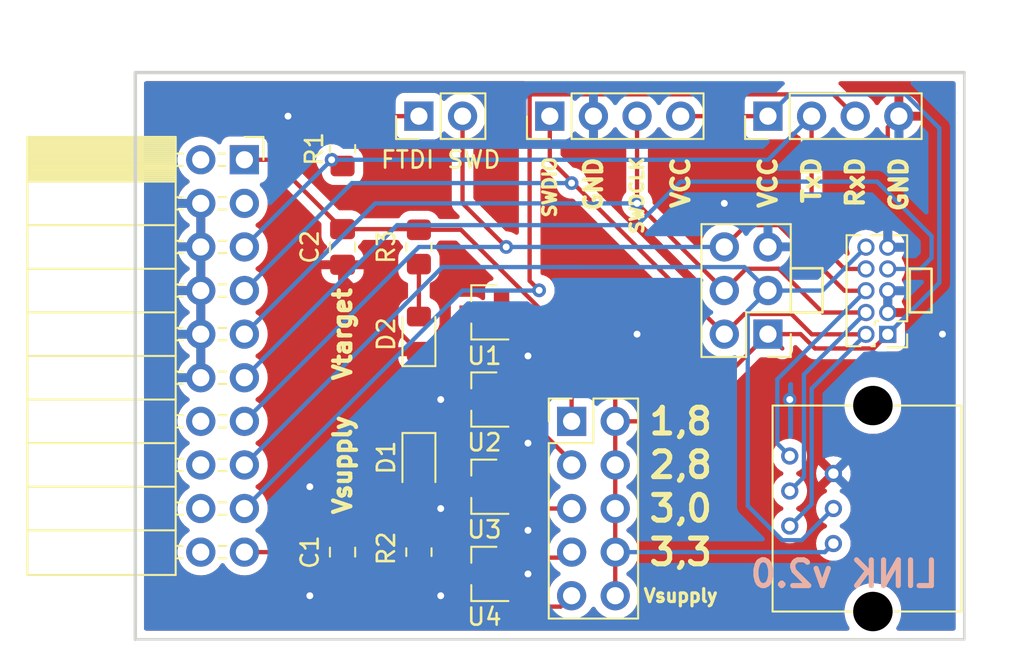
<source format=kicad_pcb>
(kicad_pcb (version 20211014) (generator pcbnew)
  (layers (0 "F.Cu" signal) (31 "B.Cu" signal) (34 "B.Paste" user "B.Plakken") (35 "F.Paste" user "F.Plakken") (36 "B.SilkS" user "B.Silkscreen") (37 "F.SilkS" user "F.Silkscreen") (38 "B.Mask" user) (39 "F.Mask" user "F. masker") (44 "Edge.Cuts" user))
  (net 0 "")
  (net 1 "TMS")
  (net 2 "GND")
  (net 3 "TCK")
  (net 4 "3V3")
  (net 5 "TDO")
  (net 6 "TDI")
  (net 7 "VTref")
  (net 8 "Net-(D2-Pad2)")
  (net 9 "Net-(D1-Pad2)")
  (net 10 "5V")
  (net 11 "2V8")
  (net 12 "1V8")
  (net 13 "3V0")
  (net 15 "nTRST")
  (net 16 "RTCK")
  (net 18 "nSRST")
  (net 20 "DBGRQ")
  (net 23 "Net-(J2-Pad1)")
  (footprint "Resistor_SMD:R_0805_2012Metric_Pad1.20x1.40mm_HandSolder" (layer "F.Cu") (at 137.16 73.66 -90)
    (fp_text reference "R3" (at 0 1.905 -90) (layer "F.SilkS"))
    (fp_text value "R")
    (fp_line (start -0.227064 0.735) (end 0.227064 0.735) (layer "F.SilkS") (width 0.12))
    (fp_line (start -0.227064 -0.735) (end 0.227064 -0.735) (layer "F.SilkS") (width 0.12))
    (pad "1" smd roundrect (at -1 0 270) (size 1.2 1.4) (layers "F.Cu" "F.Paste" "F.Mask") (roundrect_rratio 0.208333) (net 7 "VTref"))
    (pad "2" smd roundrect (at 1 0 270) (size 1.2 1.4) (layers "F.Cu" "F.Paste" "F.Mask") (roundrect_rratio 0.208333) (net 8 "Net-(D2-Pad2)"))
  )
  (footprint "LED_SMD:LED_0805_2012Metric_Pad1.15x1.40mm_HandSolder" (layer "F.Cu") (at 137.16 86.36 -90)
    (fp_text reference "D1" (at -0.43 1.905 -90) (layer "F.SilkS"))
    (fp_text value "LED")
    (fp_line (start -1.86 0.96) (end 1 0.96) (layer "F.SilkS") (width 0.12))
    (fp_line (start -1.86 -0.96) (end -1.86 0.96) (layer "F.SilkS") (width 0.12))
    (fp_line (start 1 -0.96) (end -1.86 -0.96) (layer "F.SilkS") (width 0.12))
    (pad "1" smd roundrect (at -1.025 0 270) (size 1.15 1.4) (layers "F.Cu" "F.Paste" "F.Mask") (roundrect_rratio 0.217391) (net 2 "GND"))
    (pad "2" smd roundrect (at 1.025 0 270) (size 1.15 1.4) (layers "F.Cu" "F.Paste" "F.Mask") (roundrect_rratio 0.217391) (net 9 "Net-(D1-Pad2)"))
  )
  (footprint "LED_SMD:LED_0805_2012Metric_Pad1.15x1.40mm_HandSolder" (layer "F.Cu") (at 137.16 78.74 90)
    (fp_text reference "D2" (at 0 -1.905 90) (layer "F.SilkS"))
    (fp_text value "LED")
    (fp_line (start -1.86 -0.96) (end -1.86 0.96) (layer "F.SilkS") (width 0.12))
    (fp_line (start 1 -0.96) (end -1.86 -0.96) (layer "F.SilkS") (width 0.12))
    (fp_line (start -1.86 0.96) (end 1 0.96) (layer "F.SilkS") (width 0.12))
    (pad "1" smd roundrect (at -1.025 0 90) (size 1.15 1.4) (layers "F.Cu" "F.Paste" "F.Mask") (roundrect_rratio 0.217391) (net 2 "GND"))
    (pad "2" smd roundrect (at 1.025 0 90) (size 1.15 1.4) (layers "F.Cu" "F.Paste" "F.Mask") (roundrect_rratio 0.217391) (net 8 "Net-(D2-Pad2)"))
  )
  (footprint "Connector_PinSocket_2.54mm:PinSocket_2x10_P2.54mm_Horizontal" (layer "F.Cu") (at 127 68.58)
    (fp_text reference "J1" hide)
    (fp_text value "Conn_02x05_Odd_Even")
    (fp_line (start -1.49 5.44) (end -1.05 5.44) (layer "F.SilkS") (width 0.12))
    (fp_line (start -4 13.06) (end -3.59 13.06) (layer "F.SilkS") (width 0.12))
    (fp_line (start -4 2.9) (end -3.59 2.9) (layer "F.SilkS") (width 0.12))
    (fp_line (start -12.63 0.44333) (end -4 0.44333) (layer "F.SilkS") (width 0.12))
    (fp_line (start -4 22.5) (end -3.59 22.5) (layer "F.SilkS") (width 0.12))
    (fp_line (start -12.63 -0.50143) (end -4 -0.50143) (layer "F.SilkS") (width 0.12))
    (fp_line (start -4 20.68) (end -3.59 20.68) (layer "F.SilkS") (width 0.12))
    (fp_line (start -12.63 -0.147145) (end -4 -0.147145) (layer "F.SilkS") (width 0.12))
    (fp_line (start -1.49 14.88) (end -1.05 14.88) (layer "F.SilkS") (width 0.12))
    (fp_line (start -12.63 -1.33) (end -4 -1.33) (layer "F.SilkS") (width 0.12))
    (fp_line (start -4 5.44) (end -3.59 5.44) (layer "F.SilkS") (width 0.12))
    (fp_line (start -1.49 15.6) (end -1.05 15.6) (layer "F.SilkS") (width 0.12))
    (fp_line (start -12.63 21.59) (end -4 21.59) (layer "F.SilkS") (width 0.12))
    (fp_line (start -4 0.36) (end -3.59 0.36) (layer "F.SilkS") (width 0.12))
    (fp_line (start -1.49 10.52) (end -1.05 10.52) (layer "F.SilkS") (width 0.12))
    (fp_line (start -12.63 1.033805) (end -4 1.033805) (layer "F.SilkS") (width 0.12))
    (fp_line (start -4 15.6) (end -3.59 15.6) (layer "F.SilkS") (width 0.12))
    (fp_line (start -12.63 -0.02905) (end -4 -0.02905) (layer "F.SilkS") (width 0.12))
    (fp_line (start -4 17.42) (end -3.59 17.42) (layer "F.SilkS") (width 0.12))
    (fp_line (start -4 23.22) (end -3.59 23.22) (layer "F.SilkS") (width 0.12))
    (fp_line (start 1.11 -1.33) (end 1.11 0) (layer "F.SilkS") (width 0.12))
    (fp_line (start -12.63 -0.383335) (end -4 -0.383335) (layer "F.SilkS") (width 0.12))
    (fp_line (start -4 19.96) (end -3.59 19.96) (layer "F.SilkS") (width 0.12))
    (fp_line (start -12.63 1.27) (end -4 1.27) (layer "F.SilkS") (width 0.12))
    (fp_line (start -1.49 2.9) (end -1.05 2.9) (layer "F.SilkS") (width 0.12))
    (fp_line (start -4 2.18) (end -3.59 2.18) (layer "F.SilkS") (width 0.12))
    (fp_line (start -4 10.52) (end -3.59 10.52) (layer "F.SilkS") (width 0.12))
    (fp_line (start -4 9.8) (end -3.59 9.8) (layer "F.SilkS") (width 0.12))
    (fp_line (start -12.63 0.91571) (end -4 0.91571) (layer "F.SilkS") (width 0.12))
    (fp_line (start -4 18.14) (end -3.59 18.14) (layer "F.SilkS") (width 0.12))
    (fp_line (start -1.49 -0.36) (end -1.11 -0.36) (layer "F.SilkS") (width 0.12))
    (fp_line (start -12.63 -0.97381) (end -4 -0.97381) (layer "F.SilkS") (width 0.12))
    (fp_line (start -4 14.88) (end -3.59 14.88) (layer "F.SilkS") (width 0.12))
    (fp_line (start -12.63 -1.091905) (end -4 -1.091905) (layer "F.SilkS") (width 0.12))
    (fp_line (start -1.49 17.42) (end -1.05 17.42) (layer "F.SilkS") (width 0.12))
    (fp_line (start -12.63 -0.619525) (end -4 -0.619525) (layer "F.SilkS") (width 0.12))
    (fp_line (start -1.49 0.36) (end -1.11 0.36) (layer "F.SilkS") (width 0.12))
    (fp_line (start -1.49 20.68) (end -1.05 20.68) (layer "F.SilkS") (width 0.12))
    (fp_line (start -12.63 -0.855715) (end -4 -0.855715) (layer "F.SilkS") (width 0.12))
    (fp_line (start -1.49 23.22) (end -1.05 23.22) (layer "F.SilkS") (width 0.12))
    (fp_line (start -1.49 2.18) (end -1.05 2.18) (layer "F.SilkS") (width 0.12))
    (fp_line (start -12.63 0.561425) (end -4 0.561425) (layer "F.SilkS") (width 0.12))
    (fp_line (start -4 -0.36) (end -3.59 -0.36) (layer "F.SilkS") (width 0.12))
    (fp_line (start -12.63 -1.33) (end -12.63 24.19) (layer "F.SilkS") (width 0.12))
    (fp_line (start -1.49 18.14) (end -1.05 18.14) (layer "F.SilkS") (width 0.12))
    (fp_line (start -4 12.34) (end -3.59 12.34) (layer "F.SilkS") (width 0.12))
    (fp_line (start -1.49 22.5) (end -1.05 22.5) (layer "F.SilkS") (width 0.12))
    (fp_line (start -12.63 -0.73762) (end -4 -0.73762) (layer "F.SilkS") (width 0.12))
    (fp_line (start -12.63 0.325235) (end -4 0.325235) (layer "F.SilkS") (width 0.12))
    (fp_line (start -12.63 0.20714) (end -4 0.20714) (layer "F.SilkS") (width 0.12))
    (fp_line (start -1.49 7.26) (end -1.05 7.26) (layer "F.SilkS") (width 0.12))
    (fp_line (start -1.49 7.98) (end -1.05 7.98) (layer "F.SilkS") (width 0.12))
    (fp_line (start -1.49 19.96) (end -1.05 19.96) (layer "F.SilkS") (width 0.12))
    (fp_line (start -12.63 13.97) (end -4 13.97) (layer "F.SilkS") (width 0.12))
    (fp_line (start -12.63 1.1519) (end -4 1.1519) (layer "F.SilkS") (width 0.12))
    (fp_line (start -1.49 9.8) (end -1.05 9.8) (layer "F.SilkS") (width 0.12))
    (fp_line (start -12.63 6.35) (end -4 6.35) (layer "F.SilkS") (width 0.12))
    (fp_line (start -1.49 12.34) (end -1.05 12.34) (layer "F.SilkS") (width 0.12))
    (fp_line (start -12.63 0.089045) (end -4 0.089045) (layer "F.SilkS") (width 0.12))
    (fp_line (start -12.63 0.797615) (end -4 0.797615) (layer "F.SilkS") (width 0.12))
    (fp_line (start -4 7.98) (end -3.59 7.98) (layer "F.SilkS") (width 0.12))
    (fp_line (start -12.63 -0.26524) (end -4 -0.26524) (layer "F.SilkS") (width 0.12))
    (fp_line (start -1.49 13.06) (end -1.05 13.06) (layer "F.SilkS") (width 0.12))
    (fp_line (start -12.63 24.19) (end -4 24.19) (layer "F.SilkS") (width 0.12))
    (fp_line (start -12.63 16.51) (end -4 16.51) (layer "F.SilkS") (width 0.12))
    (fp_line (start -12.63 19.05) (end -4 19.05) (layer "F.SilkS") (width 0.12))
    (fp_line (start -4 4.72) (end -3.59 4.72) (layer "F.SilkS") (width 0.12))
    (fp_line (start -12.63 0.67952) (end -4 0.67952) (layer "F.SilkS") (width 0.12))
    (fp_line (start -4 -1.33) (end -4 24.19) (layer "F.SilkS") (width 0.12))
    (fp_line (start -12.63 11.43) (end -4 11.43) (layer "F.SilkS") (width 0.12))
    (fp_line (start -12.63 3.81) (end -4 3.81) (layer "F.SilkS") (width 0.12))
    (fp_line (start 0 -1.33) (end 1.11 -1.33) (layer "F.SilkS") (width 0.12))
    (fp_line (start -12.63 -1.21) (end -4 -1.21) (layer "F.SilkS") (width 0.12))
    (fp_line (start -12.63 8.89) (end -4 8.89) (layer "F.SilkS") (width 0.12))
    (fp_line (start -4 7.26) (end -3.59 7.26) (layer "F.SilkS") (width 0.12))
    (fp_line (start -1.49 4.72) (end -1.05 4.72) (layer "F.SilkS") (width 0.12))
    (pad "1" thru_hole rect locked (at 0 0) (size 1.7 1.7) (drill 1) (layers *.Cu *.Mask) (net 7 "VTref"))
    (pad "2" thru_hole oval locked (at -2.54 0) (size 1.7 1.7) (drill 1) (layers *.Cu *.Mask))
    (pad "3" thru_hole oval locked (at 0 2.54) (size 1.7 1.7) (drill 1) (layers *.Cu *.Mask) (net 15 "nTRST"))
    (pad "4" thru_hole oval locked (at -2.54 2.54) (size 1.7 1.7) (drill 1) (layers *.Cu *.Mask) (net 2 "GND"))
    (pad "5" thru_hole oval locked (at 0 5.08) (size 1.7 1.7) (drill 1) (layers *.Cu *.Mask) (net 6 "TDI"))
    (pad "6" thru_hole oval locked (at -2.54 5.08) (size 1.7 1.7) (drill 1) (layers *.Cu *.Mask) (net 2 "GND"))
    (pad "7" thru_hole oval locked (at 0 7.62) (size 1.7 1.7) (drill 1) (layers *.Cu *.Mask) (net 1 "TMS"))
    (pad "8" thru_hole oval locked (at -2.54 7.62) (size 1.7 1.7) (drill 1) (layers *.Cu *.Mask) (net 2 "GND"))
    (pad "9" thru_hole oval locked (at 0 10.16) (size 1.7 1.7) (drill 1) (layers *.Cu *.Mask) (net 3 "TCK"))
    (pad "10" thru_hole oval locked (at -2.54 10.16) (size 1.7 1.7) (drill 1) (layers *.Cu *.Mask) (net 2 "GND"))
    (pad "11" thru_hole oval locked (at 0 12.7) (size 1.7 1.7) (drill 1) (layers *.Cu *.Mask) (net 16 "RTCK"))
    (pad "12" thru_hole oval locked (at -2.54 12.7) (size 1.7 1.7) (drill 1) (layers *.Cu *.Mask) (net 2 "GND"))
    (pad "13" thru_hole oval locked (at 0 15.24) (size 1.7 1.7) (drill 1) (layers *.Cu *.Mask) (net 5 "TDO"))
    (pad "14" thru_hole oval locked (at -2.54 15.24) (size 1.7 1.7) (drill 1) (layers *.Cu *.Mask))
    (pad "15" thru_hole oval locked (at 0 17.78) (size 1.7 1.7) (drill 1) (layers *.Cu *.Mask) (net 18 "nSRST"))
    (pad "16" thru_hole oval locked (at -2.54 17.78) (size 1.7 1.7) (drill 1) (layers *.Cu *.Mask))
    (pad "17" thru_hole oval locked (at 0 20.32) (size 1.7 1.7) (drill 1) (layers *.Cu *.Mask) (net 20 "DBGRQ"))
    (pad "18" thru_hole oval locked (at -2.54 20.32) (size 1.7 1.7) (drill 1) (layers *.Cu *.Mask))
    (pad "19" thru_hole oval locked (at 0 22.86) (size 1.7 1.7) (drill 1) (layers *.Cu *.Mask) (net 10 "5V"))
    (pad "20" thru_hole oval locked (at -2.54 22.86) (size 1.7 1.7) (drill 1) (layers *.Cu *.Mask))
  )
  (footprint "Connector_PinHeader_2.54mm:PinHeader_1x04_P2.54mm_Vertical" (layer "F.Cu") (at 144.78 66.04 90)
    (fp_text reference "J4" hide)
    (fp_text value "Conn_01x04_Male")
    (fp_line (start -1.33 8.95) (end 1.33 8.95) (layer "F.SilkS") (width 0.12))
    (fp_line (start -1.33 0) (end -1.33 -1.33) (layer "F.SilkS") (width 0.12))
    (fp_line (start -1.33 1.27) (end -1.33 8.95) (layer "F.SilkS") (width 0.12))
    (fp_line (start -1.33 -1.33) (end 0 -1.33) (layer "F.SilkS") (width 0.12))
    (fp_line (start -1.33 1.27) (end 1.33 1.27) (layer "F.SilkS") (width 0.12))
    (fp_line (start 1.33 1.27) (end 1.33 8.95) (layer "F.SilkS") (width 0.12))
    (pad "1" thru_hole rect locked (at 0 0 90) (size 1.7 1.7) (drill 1) (layers *.Cu *.Mask) (net 1 "TMS"))
    (pad "2" thru_hole oval locked (at 0 2.54 90) (size 1.7 1.7) (drill 1) (layers *.Cu *.Mask) (net 2 "GND"))
    (pad "3" thru_hole oval locked (at 0 5.08 90) (size 1.7 1.7) (drill 1) (layers *.Cu *.Mask) (net 3 "TCK"))
    (pad "4" thru_hole oval locked (at 0 7.62 90) (size 1.7 1.7) (drill 1) (layers *.Cu *.Mask) (net 7 "VTref"))
  )
  (footprint "Connector_PinHeader_1.27mm:PinHeader_2x05_P1.27mm_Vertical" (layer "F.Cu") (at 164.455 78.75 180)
    (fp_text reference "J5" hide)
    (fp_text value "Conn_02x05_Odd_Even")
    (fp_line (start -1.13 0) (end -1.13 -0.76) (layer "F.SilkS") (width 0.12))
    (fp_line (start 1.57753 5.775) (end 2.4 5.775) (layer "F.SilkS") (width 0.12))
    (fp_line (start -1.13 -0.76) (end 0 -0.76) (layer "F.SilkS") (width 0.12))
    (fp_line (start 1.57753 -0.695) (end 2.4 -0.695) (layer "F.SilkS") (width 0.12))
    (fp_line (start 0.30753 5.775) (end 0.96247 5.775) (layer "F.SilkS") (width 0.12))
    (fp_line (start -1.13 0.76) (end -0.563471 0.76) (layer "F.SilkS") (width 0.12))
    (fp_line (start 0.76 0.706529) (end 0.76 0.563471) (layer "F.SilkS") (width 0.12))
    (fp_line (start 0.76 -0.695) (end 0.96247 -0.695) (layer "F.SilkS") (width 0.12))
    (fp_line (start 0.563471 0.76) (end 0.706529 0.76) (layer "F.SilkS") (width 0.12))
    (fp_line (start -1.13 0.76) (end -1.13 5.775) (layer "F.SilkS") (width 0.12))
    (fp_line (start -1.13 5.775) (end -0.30753 5.775) (layer "F.SilkS") (width 0.12))
    (fp_line (start 0.76 -0.563471) (end 0.76 -0.695) (layer "F.SilkS") (width 0.12))
    (fp_line (start 2.4 -0.695) (end 2.4 5.775) (layer "F.SilkS") (width 0.12))
    (pad "1" thru_hole rect locked (at 0 0 180) (size 1 1) (drill 0.65) (layers *.Cu *.Mask) (net 7 "VTref"))
    (pad "2" thru_hole oval locked (at 1.27 0 180) (size 1 1) (drill 0.65) (layers *.Cu *.Mask) (net 1 "TMS"))
    (pad "3" thru_hole oval locked (at 0 1.27 180) (size 1 1) (drill 0.65) (layers *.Cu *.Mask) (net 2 "GND"))
    (pad "4" thru_hole oval locked (at 1.27 1.27 180) (size 1 1) (drill 0.65) (layers *.Cu *.Mask) (net 3 "TCK"))
    (pad "5" thru_hole oval locked (at 0 2.54 180) (size 1 1) (drill 0.65) (layers *.Cu *.Mask) (net 2 "GND"))
    (pad "6" thru_hole oval locked (at 1.27 2.54 180) (size 1 1) (drill 0.65) (layers *.Cu *.Mask) (net 5 "TDO"))
    (pad "7" thru_hole oval locked (at 0 3.81 180) (size 1 1) (drill 0.65) (layers *.Cu *.Mask) (net 16 "RTCK"))
    (pad "8" thru_hole oval locked (at 1.27 3.81 180) (size 1 1) (drill 0.65) (layers *.Cu *.Mask) (net 6 "TDI"))
    (pad "9" thru_hole oval locked (at 0 5.08 180) (size 1 1) (drill 0.65) (layers *.Cu *.Mask) (net 2 "GND"))
    (pad "10" thru_hole oval locked (at 1.27 5.08 180) (size 1 1) (drill 0.65) (layers *.Cu *.Mask) (net 18 "nSRST"))
  )
  (footprint "Capacitor_SMD:C_0805_2012Metric_Pad1.18x1.45mm_HandSolder" (layer "F.Cu") (at 132.715 91.44 90)
    (fp_text reference "C1" (at 0 -1.905 90) (layer "F.SilkS"))
    (fp_text value "C_Small")
    (fp_line (start -0.261252 -0.735) (end 0.261252 -0.735) (layer "F.SilkS") (width 0.12))
    (fp_line (start -0.261252 0.735) (end 0.261252 0.735) (layer "F.SilkS") (width 0.12))
    (pad "1" smd roundrect (at -1.0375 0 90) (size 1.175 1.45) (layers "F.Cu" "F.Paste" "F.Mask") (roundrect_rratio 0.212766) (net 10 "5V"))
    (pad "2" smd roundrect (at 1.0375 0 90) (size 1.175 1.45) (layers "F.Cu" "F.Paste" "F.Mask") (roundrect_rratio 0.212766) (net 2 "GND"))
  )
  (footprint "Capacitor_SMD:C_0805_2012Metric_Pad1.18x1.45mm_HandSolder" (layer "F.Cu") (at 132.715 73.66 -90)
    (fp_text reference "C2" (at 0 1.905 -90) (layer "F.SilkS"))
    (fp_text value "C_Small")
    (fp_line (start -0.261252 0.735) (end 0.261252 0.735) (layer "F.SilkS") (width 0.12))
    (fp_line (start -0.261252 -0.735) (end 0.261252 -0.735) (layer "F.SilkS") (width 0.12))
    (pad "1" smd roundrect (at -1.0375 0 270) (size 1.175 1.45) (layers "F.Cu" "F.Paste" "F.Mask") (roundrect_rratio 0.212766) (net 7 "VTref"))
    (pad "2" smd roundrect (at 1.0375 0 270) (size 1.175 1.45) (layers "F.Cu" "F.Paste" "F.Mask") (roundrect_rratio 0.212766) (net 2 "GND"))
  )
  (footprint "Connector_PinHeader_2.54mm:PinHeader_1x04_P2.54mm_Vertical" (layer "F.Cu") (at 157.48 66.04 90)
    (fp_text reference "J3" hide)
    (fp_text value "Conn_01x04_Male")
    (fp_line (start -1.33 1.27) (end 1.33 1.27) (layer "F.SilkS") (width 0.12))
    (fp_line (start 1.33 1.27) (end 1.33 8.95) (layer "F.SilkS") (width 0.12))
    (fp_line (start -1.33 -1.33) (end 0 -1.33) (layer "F.SilkS") (width 0.12))
    (fp_line (start -1.33 0) (end -1.33 -1.33) (layer "F.SilkS") (width 0.12))
    (fp_line (start -1.33 8.95) (end 1.33 8.95) (layer "F.SilkS") (width 0.12))
    (fp_line (start -1.33 1.27) (end -1.33 8.95) (layer "F.SilkS") (width 0.12))
    (pad "1" thru_hole rect locked (at 0 0 90) (size 1.7 1.7) (drill 1) (layers *.Cu *.Mask) (net 7 "VTref"))
    (pad "2" thru_hole oval locked (at 0 2.54 90) (size 1.7 1.7) (drill 1) (layers *.Cu *.Mask) (net 6 "TDI"))
    (pad "3" thru_hole oval locked (at 0 5.08 90) (size 1.7 1.7) (drill 1) (layers *.Cu *.Mask) (net 20 "DBGRQ"))
    (pad "4" thru_hole oval locked (at 0 7.62 90) (size 1.7 1.7) (drill 1) (layers *.Cu *.Mask) (net 2 "GND"))
  )
  (footprint "Resistor_SMD:R_0805_2012Metric_Pad1.20x1.40mm_HandSolder" (layer "F.Cu") (at 137.16 91.44 90)
    (fp_text reference "R2" (at 0.2175 -1.905 90) (layer "F.SilkS"))
    (fp_text value "R")
    (fp_line (start -0.227064 -0.735) (end 0.227064 -0.735) (layer "F.SilkS") (width 0.12))
    (fp_line (start -0.227064 0.735) (end 0.227064 0.735) (layer "F.SilkS") (width 0.12))
    (pad "1" smd roundrect (at -1 0 90) (size 1.2 1.4) (layers "F.Cu" "F.Paste" "F.Mask") (roundrect_rratio 0.208333) (net 10 "5V"))
    (pad "2" smd roundrect (at 1 0 90) (size 1.2 1.4) (layers "F.Cu" "F.Paste" "F.Mask") (roundrect_rratio 0.208333) (net 9 "Net-(D1-Pad2)"))
  )
  (footprint "AvS_Connector:RJ11" (layer "F.Cu") (at 158.75 88.9 -90)
    (fp_text reference "J6" hide)
    (fp_text value "RJ12")
    (fp_line (start 6 1) (end -6 1) (layer "F.SilkS") (width 0.12))
    (fp_line (start 6 -10) (end 6 -5) (layer "F.SilkS") (width 0.12))
    (fp_line (start -6 1) (end -6 -5) (layer "F.SilkS") (width 0.12))
    (fp_line (start -6 -5) (end -6 -10) (layer "F.SilkS") (width 0.12))
    (fp_line (start 6 -5) (end 6 1) (layer "F.SilkS") (width 0.12))
    (fp_line (start -6 -10) (end 6 -10) (layer "F.SilkS") (width 0.12))
    (pad "" np_thru_hole circle (at 6 -4.84 270) (size 2.3 2.3) (drill 2.3) (layers *.Mask))
    (pad "" np_thru_hole circle (at -6 -4.84 270) (size 2.3 2.3) (drill 2.3) (layers *.Mask))
    (pad "1" thru_hole circle (at -3.06 0 270) (size 1 1) (drill 0.6) (layers *.Cu *.Mask) (net 5 "TDO"))
    (pad "2" thru_hole circle (at -2.04 -2.54 270) (size 1 1) (drill 0.6) (layers *.Cu *.Mask) (net 2 "GND"))
    (pad "3" thru_hole circle (at -1.02 0 270) (size 1 1) (drill 0.6) (layers *.Cu *.Mask) (net 3 "TCK"))
    (pad "4" thru_hole circle (at 0 -2.54 270) (size 1 1) (drill 0.6) (layers *.Cu *.Mask) (net 18 "nSRST"))
    (pad "5" thru_hole circle (at 1.02 0 270) (size 1 1) (drill 0.6) (layers *.Cu *.Mask) (net 1 "TMS"))
    (pad "6" thru_hole circle (at 2.04 -2.54 270) (size 1 1) (drill 0.6) (layers *.Cu *.Mask) (net 7 "VTref"))
  )
  (footprint "Connector_PinHeader_2.54mm:PinHeader_2x03_P2.54mm_Vertical" (layer "F.Cu") (at 157.48 78.74 180)
    (fp_text reference "J7" hide)
    (fp_text value "Conn_02x03_Odd_Even")
    (fp_line (start -1.33 -1.33) (end 0 -1.33) (layer "F.SilkS") (width 0.12))
    (fp_line (start -1.33 1.27) (end 1.27 1.27) (layer "F.SilkS") (width 0.12))
    (fp_line (start 1.27 1.27) (end 1.27 -1.33) (layer "F.SilkS") (width 0.12))
    (fp_line (start -1.33 6.41) (end 3.87 6.41) (layer "F.SilkS") (width 0.12))
    (fp_line (start 1.27 -1.33) (end 3.87 -1.33) (layer "F.SilkS") (width 0.12))
    (fp_line (start -1.33 1.27) (end -1.33 6.41) (layer "F.SilkS") (width 0.12))
    (fp_line (start 3.87 -1.33) (end 3.87 6.41) (layer "F.SilkS") (width 0.12))
    (fp_line (start -1.33 0) (end -1.33 -1.33) (layer "F.SilkS") (width 0.12))
    (pad "1" thru_hole rect locked (at 0 0 180) (size 1.7 1.7) (drill 1) (layers *.Cu *.Mask) (net 7 "VTref"))
    (pad "2" thru_hole oval locked (at 2.54 0 180) (size 1.7 1.7) (drill 1) (layers *.Cu *.Mask) (net 1 "TMS"))
    (pad "3" thru_hole oval locked (at 0 2.54 180) (size 1.7 1.7) (drill 1) (layers *.Cu *.Mask) (net 18 "nSRST"))
    (pad "4" thru_hole oval locked (at 2.54 2.54 180) (size 1.7 1.7) (drill 1) (layers *.Cu *.Mask) (net 3 "TCK"))
    (pad "5" thru_hole oval locked (at 0 5.08 180) (size 1.7 1.7) (drill 1) (layers *.Cu *.Mask) (net 2 "GND"))
    (pad "6" thru_hole oval locked (at 2.54 5.08 180) (size 1.7 1.7) (drill 1) (layers *.Cu *.Mask) (net 5 "TDO"))
  )
  (footprint "Connector_PinHeader_2.54mm:PinHeader_2x05_P2.54mm_Vertical" (layer "F.Cu") (at 146.05 83.82)
    (fp_text reference "J8" hide)
    (fp_text value "Conn_02x05_Counter_Clockwise")
    (fp_line (start -1.33 0) (end -1.33 -1.33) (layer "F.SilkS") (width 0.12))
    (fp_line (start 3.87 -1.33) (end 3.87 11.49) (layer "F.SilkS") (width 0.12))
    (fp_line (start 1.27 1.27) (end 1.27 -1.33) (layer "F.SilkS") (width 0.12))
    (fp_line (start -1.33 1.27) (end 1.27 1.27) (layer "F.SilkS") (width 0.12))
    (fp_line (start 1.27 -1.33) (end 3.87 -1.33) (layer "F.SilkS") (width 0.12))
    (fp_line (start -1.33 -1.33) (end 0 -1.33) (layer "F.SilkS") (width 0.12))
    (fp_line (start -1.33 1.27) (end -1.33 11.49) (layer "F.SilkS") (width 0.12))
    (fp_line (start -1.33 11.49) (end 3.87 11.49) (layer "F.SilkS") (width 0.12))
    (pad "1" thru_hole rect (at 0 0) (size 1.7 1.7) (drill 1) (layers *.Cu *.Mask) (net 12 "1V8"))
    (pad "2" thru_hole oval (at 2.54 0) (size 1.7 1.7) (drill 1) (layers *.Cu *.Mask) (net 7 "VTref"))
    (pad "3" thru_hole oval (at 0 2.54) (size 1.7 1.7) (drill 1) (layers *.Cu *.Mask) (net 11 "2V8"))
    (pad "4" thru_hole oval (at 2.54 2.54) (size 1.7 1.7) (drill 1) (layers *.Cu *.Mask) (net 7 "VTref"))
    (pad "5" thru_hole oval (at 0 5.08) (size 1.7 1.7) (drill 1) (layers *.Cu *.Mask) (net 13 "3V0"))
    (pad "6" thru_hole oval (at 2.54 5.08) (size 1.7 1.7) (drill 1) (layers *.Cu *.Mask) (net 7 "VTref"))
    (pad "7" thru_hole oval (at 0 7.62) (size 1.7 1.7) (drill 1) (layers *.Cu *.Mask) (net 4 "3V3"))
    (pad "8" thru_hole oval (at 2.54 7.62) (size 1.7 1.7) (drill 1) (layers *.Cu *.Mask) (net 7 "VTref"))
    (pad "9" thru_hole oval (at 0 10.16) (size 1.7 1.7) (drill 1) (layers *.Cu *.Mask) (net 10 "5V"))
    (pad "10" thru_hole oval (at 2.54 10.16) (size 1.7 1.7) (drill 1) (layers *.Cu *.Mask) (net 7 "VTref"))
  )
  (footprint "Package_TO_SOT_SMD:SOT-23" (layer "F.Cu") (at 140.97 92.71 180)
    (fp_text reference "U4" (at 0 -2.5 180) (layer "F.SilkS"))
    (fp_text value "MCP1700-3302E_SOT23" hide)
    (fp_line (start 0.76 -1.58) (end 0.76 -0.65) (layer "F.SilkS") (width 0.12))
    (fp_line (start 0.76 -1.58) (end -1.4 -1.58) (layer "F.SilkS") (width 0.12))
    (fp_line (start 0.76 1.58) (end -0.7 1.58) (layer "F.SilkS") (width 0.12))
    (fp_line (start 0.76 1.58) (end 0.76 0.65) (layer "F.SilkS") (width 0.12))
    (pad "1" smd rect locked (at -1 -0.95 180) (size 0.9 0.8) (layers "F.Cu" "F.Paste" "F.Mask") (net 2 "GND"))
    (pad "2" smd rect locked (at -1 0.95 180) (size 0.9 0.8) (layers "F.Cu" "F.Paste" "F.Mask") (net 4 "3V3"))
    (pad "3" smd rect locked (at 1 0 180) (size 0.9 0.8) (layers "F.Cu" "F.Paste" "F.Mask") (net 10 "5V"))
  )
  (footprint "Package_TO_SOT_SMD:SOT-23" (layer "F.Cu") (at 140.97 87.63 180)
    (fp_text reference "U3" (at 0 -2.5 180) (layer "F.SilkS"))
    (fp_text value "MCP1700-3002E_SOT23" hide)
    (fp_line (start 0.76 -1.58) (end 0.76 -0.65) (layer "F.SilkS") (width 0.12))
    (fp_line (start 0.76 1.58) (end 0.76 0.65) (layer "F.SilkS") (width 0.12))
    (fp_line (start 0.76 -1.58) (end -1.4 -1.58) (layer "F.SilkS") (width 0.12))
    (fp_line (start 0.76 1.58) (end -0.7 1.58) (layer "F.SilkS") (width 0.12))
    (pad "1" smd rect locked (at -1 -0.95 180) (size 0.9 0.8) (layers "F.Cu" "F.Paste" "F.Mask") (net 2 "GND"))
    (pad "2" smd rect locked (at -1 0.95 180) (size 0.9 0.8) (layers "F.Cu" "F.Paste" "F.Mask") (net 13 "3V0"))
    (pad "3" smd rect locked (at 1 0 180) (size 0.9 0.8) (layers "F.Cu" "F.Paste" "F.Mask") (net 10 "5V"))
  )
  (footprint "Package_TO_SOT_SMD:SOT-23" (layer "F.Cu") (at 140.97 82.55 180)
    (fp_text reference "U2" (at 0 -2.5 180) (layer "F.SilkS"))
    (fp_text value "MCP1700-2802E_SOT23" hide)
    (fp_line (start 0.76 -1.58) (end 0.76 -0.65) (layer "F.SilkS") (width 0.12))
    (fp_line (start 0.76 1.58) (end 0.76 0.65) (layer "F.SilkS") (width 0.12))
    (fp_line (start 0.76 -1.58) (end -1.4 -1.58) (layer "F.SilkS") (width 0.12))
    (fp_line (start 0.76 1.58) (end -0.7 1.58) (layer "F.SilkS") (width 0.12))
    (pad "1" smd rect locked (at -1 -0.95 180) (size 0.9 0.8) (layers "F.Cu" "F.Paste" "F.Mask") (net 2 "GND"))
    (pad "2" smd rect locked (at -1 0.95 180) (size 0.9 0.8) (layers "F.Cu" "F.Paste" "F.Mask") (net 11 "2V8"))
    (pad "3" smd rect locked (at 1 0 180) (size 0.9 0.8) (layers "F.Cu" "F.Paste" "F.Mask") (net 10 "5V"))
  )
  (footprint "Package_TO_SOT_SMD:SOT-23" (layer "F.Cu") (at 140.97 77.47 180)
    (fp_text reference "U1" (at 0 -2.54 180) (layer "F.SilkS"))
    (fp_text value "MCP1700-1802E_SOT23" hide)
    (fp_line (start 0.76 1.58) (end -0.7 1.58) (layer "F.SilkS") (width 0.12))
    (fp_line (start 0.76 -1.58) (end -1.4 -1.58) (layer "F.SilkS") (width 0.12))
    (fp_line (start 0.76 1.58) (end 0.76 0.65) (layer "F.SilkS") (width 0.12))
    (fp_line (start 0.76 -1.58) (end 0.76 -0.65) (layer "F.SilkS") (width 0.12))
    (pad "1" smd rect locked (at -1 -0.95 180) (size 0.9 0.8) (layers "F.Cu" "F.Paste" "F.Mask") (net 2 "GND"))
    (pad "2" smd rect locked (at -1 0.95 180) (size 0.9 0.8) (layers "F.Cu" "F.Paste" "F.Mask") (net 12 "1V8"))
    (pad "3" smd rect locked (at 1 0 180) (size 0.9 0.8) (layers "F.Cu" "F.Paste" "F.Mask") (net 10 "5V"))
  )
  (footprint "Connector_PinHeader_2.54mm:PinHeader_1x02_P2.54mm_Vertical" (layer "F.Cu") (at 137.16 66.04 90)
    (fp_text reference "J2" hide)
    (fp_text value "Conn_02x01")
    (fp_line (start -1.33 1.27) (end 1.33 1.27) (layer "F.SilkS") (width 0.12))
    (fp_line (start -1.33 3.87) (end 1.33 3.87) (layer "F.SilkS") (width 0.12))
    (fp_line (start -1.33 0) (end -1.33 -1.33) (layer "F.SilkS") (width 0.12))
    (fp_line (start -1.33 1.27) (end -1.33 3.87) (layer "F.SilkS") (width 0.12))
    (fp_line (start 1.33 1.27) (end 1.33 3.87) (layer "F.SilkS") (width 0.12))
    (fp_line (start -1.33 -1.33) (end 0 -1.33) (layer "F.SilkS") (width 0.12))
    (pad "1" thru_hole rect (at 0 0 90) (size 1.7 1.7) (drill 1) (layers *.Cu *.Mask) (net 23 "Net-(J2-Pad1)"))
    (pad "2" thru_hole oval (at 0 2.54 90) (size 1.7 1.7) (drill 1) (layers *.Cu *.Mask) (net 5 "TDO"))
  )
  (footprint "Resistor_SMD:R_0805_2012Metric_Pad1.20x1.40mm_HandSolder" (layer "F.Cu") (at 132.715 67.945 90)
    (fp_text reference "R1" (at 0 -1.65 90) (layer "F.SilkS"))
    (fp_text value "R")
    (fp_line (start -0.227064 -0.735) (end 0.227064 -0.735) (layer "F.SilkS") (width 0.12))
    (fp_line (start -0.227064 0.735) (end 0.227064 0.735) (layer "F.SilkS") (width 0.12))
    (pad "1" smd roundrect (at -1 0 90) (size 1.2 1.4) (layers "F.Cu" "F.Paste" "F.Mask") (roundrect_rratio 0.208333) (net 6 "TDI"))
    (pad "2" smd roundrect (at 1 0 90) (size 1.2 1.4) (layers "F.Cu" "F.Paste" "F.Mask") (roundrect_rratio 0.208333) (net 23 "Net-(J2-Pad1)"))
  )
  (gr_rect (start 158.81 74.9) (end 160.655 77.47) (layer "F.SilkS") (width 0.15) (fill none))
  (gr_rect (start 165.735 74.93) (end 167.005 77.47) (layer "F.SilkS") (width 0.15) (fill none))
  (gr_line (start 120.65 63.5) (end 168.91 63.5) (layer "Edge.Cuts") (width 0.2))
  (gr_line (start 120.65 96.52) (end 120.65 63.5) (layer "Edge.Cuts") (width 0.2))
  (gr_line (start 120.65 96.52) (end 168.91 96.52) (layer "Edge.Cuts") (width 0.15))
  (gr_line (start 168.91 63.5) (end 168.91 96.52) (layer "Edge.Cuts") (width 0.15))
  (gr_text "LINK v2.0" (at 161.925 92.71) (layer "B.SilkS") (effects (font (size 1.5 1.5) (thickness 0.3)) (justify mirror)))
  (gr_text "SWDCLK" (at 149.86 68.326 90) (layer "F.SilkS") (effects (font (size 0.75 0.75) (thickness 0.1875)) (justify right)))
  (gr_text "VCC" (at 152.4 68.326 90) (layer "F.SilkS") (effects (font (size 1 1) (thickness 0.25)) (justify right)))
  (gr_text "VCC" (at 157.48 68.326 90) (layer "F.SilkS") (effects (font (size 1 1) (thickness 0.25)) (justify right)))
  (gr_text "GND" (at 165.1 68.326 90) (layer "F.SilkS") (effects (font (size 1 1) (thickness 0.25)) (justify right)))
  (gr_text "RxD" (at 162.56 68.326 90) (layer "F.SilkS") (effects (font (size 1 1) (thickness 0.25)) (justify right)))
  (gr_text "TxD" (at 160.02 68.326 90) (layer "F.SilkS") (effects (font (size 1 1) (thickness 0.25)) (justify right)))
  (gr_text "FTDI SWD" (at 138.43 68.58) (layer "F.SilkS") (effects (font (size 1 1))))
  (gr_text "3,3" (at 152.4 91.44) (layer "F.SilkS") (effects (font (size 1.5 1.5) (thickness 0.3))))
  (gr_text "SWDIO" (at 144.78 68.326 90) (layer "F.SilkS") (effects (font (size 0.75 0.75) (thickness 0.1875)) (justify right)))
  (gr_text "Vtarget" (at 132.715 78.74 90) (layer "F.SilkS") (effects (font (size 1 1) (thickness 0.25))))
  (gr_text "3,0" (at 152.4 88.9) (layer "F.SilkS") (effects (font (size 1.5 1.5) (thickness 0.3))))
  (gr_text "2,8" (at 152.4 86.36) (layer "F.SilkS") (effects (font (size 1.5 1.5) (thickness 0.3))))
  (gr_text "Vsupply" (at 152.4 93.98) (layer "F.SilkS") (effects (font (size 0.75 0.75) (thickness 0.1875))))
  (gr_text "GND" (at 147.32 68.326 90) (layer "F.SilkS") (effects (font (size 1 1) (thickness 0.25)) (justify right)))
  (gr_text "Vsupply" (at 132.715 86.36 90) (layer "F.SilkS") (effects (font (size 1 1) (thickness 0.25))))
  (gr_text "1,8" (at 152.4 83.82) (layer "F.SilkS") (effects (font (size 1.5 1.5) (thickness 0.3))))
  (segment (start 158.845489 77.565489) (end 160.03 78.75) (width 0.25) (layer "F.Cu") (net 1))
  (segment (start 156.114511 77.565489) (end 158.845489 77.565489) (width 0.25) (layer "F.Cu") (net 1))
  (segment (start 160.03 78.75) (end 163.185 78.75) (width 0.25) (layer "F.Cu") (net 1))
  (segment (start 144.78 66.04) (end 144.78 68.58) (width 0.25) (layer "F.Cu") (net 1))
  (segment (start 144.78 68.58) (end 154.94 78.74) (width 0.25) (layer "F.Cu") (net 1))
  (segment (start 154.94 78.74) (end 156.114511 77.565489) (width 0.25) (layer "F.Cu") (net 1))
  (via (at 146.05 69.9395) (size 0.8) (drill 0.4) (layers "F.Cu" "B.Cu") (net 1))
  (segment (start 158.75 89.92) (end 160.024031 88.645969) (width 0.25) (layer "B.Cu") (net 1))
  (segment (start 160.024031 88.645969) (end 160.024031 81.910969) (width 0.25) (layer "B.Cu") (net 1))
  (segment (start 127 76.2) (end 133.2605 69.9395) (width 0.25) (layer "B.Cu") (net 1))
  (segment (start 133.2605 69.9395) (end 146.05 69.9395) (width 0.25) (layer "B.Cu") (net 1))
  (segment (start 160.024031 81.910969) (end 163.185 78.75) (width 0.25) (layer "B.Cu") (net 1))
  (segment (start 137.16 85.335) (end 137.16 79.765) (width 0.25) (layer "F.Cu") (net 2))
  (segment (start 164.455 66.685) (end 165.1 66.04) (width 0.25) (layer "F.Cu") (net 2))
  (segment (start 141.195489 79.194511) (end 141.97 78.42) (width 0.25) (layer "F.Cu") (net 2))
  (segment (start 132.715 90.4025) (end 132.715 89.78) (width 0.25) (layer "F.Cu") (net 2))
  (segment (start 141.195489 87.805489) (end 141.195489 84.274511) (width 0.25) (layer "F.Cu") (net 2))
  (segment (start 141.97 88.58) (end 141.195489 87.805489) (width 0.25) (layer "F.Cu") (net 2))
  (segment (start 132.715 89.78) (end 137.16 85.335) (width 0.25) (layer "F.Cu") (net 2))
  (segment (start 141.195489 92.885489) (end 141.195489 89.354511) (width 0.25) (layer "F.Cu") (net 2))
  (segment (start 141.97 93.66) (end 141.195489 92.885489) (width 0.25) (layer "F.Cu") (net 2))
  (segment (start 137.16 79.765) (end 132.715 75.32) (width 0.25) (layer "F.Cu") (net 2))
  (segment (start 164.455 73.67) (end 164.455 66.685) (width 0.25) (layer "F.Cu") (net 2))
  (segment (start 141.195489 84.274511) (end 141.97 83.5) (width 0.25) (layer "F.Cu") (net 2))
  (segment (start 141.195489 89.354511) (end 141.97 88.58) (width 0.25) (layer "F.Cu") (net 2))
  (segment (start 141.97 83.5) (end 141.195489 82.725489) (width 0.25) (layer "F.Cu") (net 2))
  (segment (start 132.715 75.32) (end 132.715 74.6975) (width 0.25) (layer "F.Cu") (net 2))
  (segment (start 141.195489 82.725489) (end 141.195489 79.194511) (width 0.25) (layer "F.Cu") (net 2))
  (via (at 143.51 85.09) (size 0.8) (drill 0.4) (layers "F.Cu" "B.Cu") (net 2))
  (via (at 149.86 78.74) (size 0.8) (drill 0.4) (layers "F.Cu" "B.Cu") (net 2))
  (via (at 138.43 82.55) (size 0.8) (drill 0.4) (layers "F.Cu" "B.Cu") (net 2))
  (via (at 158.75 82.55) (size 0.8) (drill 0.4) (layers "F.Cu" "B.Cu") (net 2))
  (via (at 138.43 88.9) (size 0.8) (drill 0.4) (layers "F.Cu" "B.Cu") (net 2))
  (via (at 129.54 66.04) (size 0.8) (drill 0.4) (layers "F.Cu" "B.Cu") (net 2))
  (via (at 143.51 90.17) (size 0.8) (drill 0.4) (layers "F.Cu" "B.Cu") (net 2))
  (via (at 130.81 93.98) (size 0.8) (drill 0.4) (layers "F.Cu" "B.Cu") (net 2))
  (via (at 138.43 93.98) (size 0.8) (drill 0.4) (layers "F.Cu" "B.Cu") (net 2))
  (via (at 154.94 71.12) (size 0.8) (drill 0.4) (layers "F.Cu" "B.Cu") (net 2))
  (via (at 143.51 80.01) (size 0.8) (drill 0.4) (layers "F.Cu" "B.Cu") (net 2))
  (via (at 130.81 87.63) (size 0.8) (drill 0.4) (layers "F.Cu" "B.Cu") (net 2))
  (via (at 167.64 78.74) (size 0.8) (drill 0.4) (layers "F.Cu" "B.Cu") (net 2))
  (via (at 143.51 92.71) (size 0.8) (drill 0.4) (layers "F.Cu" "B.Cu") (net 2))
  (segment (start 160.665 77.48) (end 163.185 77.48) (width 0.25) (layer "F.Cu") (net 3))
  (segment (start 154.94 76.2) (end 156.21 74.93) (width 0.25) (layer "F.Cu") (net 3))
  (segment (start 149.86 71.12) (end 149.86 66.04) (width 0.25) (layer "F.Cu") (net 3))
  (segment (start 154.94 76.2) (end 149.86 71.12) (width 0.25) (layer "F.Cu") (net 3))
  (segment (start 158.115 74.93) (end 160.665 77.48) (width 0.25) (layer "F.Cu") (net 3))
  (segment (start 156.21 74.93) (end 158.115 74.93) (width 0.25) (layer "F.Cu") (net 3))
  (via (at 149.86 71.12) (size 0.8) (drill 0.4) (layers "F.Cu" "B.Cu") (net 3))
  (segment (start 159.574511 86.106) (end 159.574511 81.217489) (width 0.25) (layer "B.Cu") (net 3))
  (segment (start 163.185 77.48) (end 159.574511 81.090489) (width 0.25) (layer "B.Cu") (net 3))
  (segment (start 158.75 87.88) (end 159.574511 87.055489) (width 0.25) (layer "B.Cu") (net 3))
  (segment (start 159.574511 81.090489) (end 159.574511 81.217489) (width 0.25) (layer "B.Cu") (net 3))
  (segment (start 159.574511 87.055489) (end 159.574511 86.106) (width 0.25) (layer "B.Cu") (net 3))
  (segment (start 127 78.74) (end 134.62 71.12) (width 0.25) (layer "B.Cu") (net 3))
  (segment (start 134.62 71.12) (end 149.86 71.12) (width 0.25) (layer "B.Cu") (net 3))
  (segment (start 141.97 91.76) (end 145.73 91.76) (width 0.25) (layer "F.Cu") (net 4))
  (segment (start 145.73 91.76) (end 146.05 91.44) (width 0.25) (layer "F.Cu") (net 4))
  (segment (start 156.21 72.39) (end 158.115 72.39) (width 0.25) (layer "F.Cu") (net 5))
  (segment (start 158.115 72.39) (end 161.935 76.21) (width 0.25) (layer "F.Cu") (net 5))
  (segment (start 161.935 76.21) (end 163.185 76.21) (width 0.25) (layer "F.Cu") (net 5))
  (segment (start 154.94 73.66) (end 156.21 72.39) (width 0.25) (layer "F.Cu") (net 5))
  (segment (start 139.7 71.12) (end 142.24 73.66) (width 0.25) (layer "F.Cu") (net 5))
  (segment (start 139.7 66.04) (end 139.7 71.12) (width 0.25) (layer "F.Cu") (net 5))
  (via (at 142.24 73.66) (size 0.8) (drill 0.4) (layers "F.Cu" "B.Cu") (net 5))
  (segment (start 158.025489 81.369511) (end 163.185 76.21) (width 0.25) (layer "B.Cu") (net 5))
  (segment (start 137.16 73.66) (end 154.94 73.66) (width 0.25) (layer "B.Cu") (net 5))
  (segment (start 158.025489 85.115489) (end 158.025489 81.369511) (width 0.25) (layer "B.Cu") (net 5))
  (segment (start 127 83.82) (end 137.16 73.66) (width 0.25) (layer "B.Cu") (net 5))
  (segment (start 158.75 85.84) (end 158.025489 85.115489) (width 0.25) (layer "B.Cu") (net 5))
  (segment (start 160.02 66.04) (end 160.02 73.025) (width 0.25) (layer "F.Cu") (net 6))
  (segment (start 161.935 74.94) (end 163.185 74.94) (width 0.25) (layer "F.Cu") (net 6))
  (segment (start 160.02 73.025) (end 161.935 74.94) (width 0.25) (layer "F.Cu") (net 6))
  (via (at 132.08 68.58) (size 0.8) (drill 0.4) (layers "F.Cu" "B.Cu") (net 6))
  (segment (start 127 73.66) (end 131.445 69.215) (width 0.25) (layer "B.Cu") (net 6))
  (segment (start 157.48 68.58) (end 160.02 66.04) (width 0.25) (layer "B.Cu") (net 6))
  (segment (start 131.445 69.215) (end 132.08 68.58) (width 0.25) (layer "B.Cu") (net 6))
  (segment (start 132.08 68.58) (end 157.48 68.58) (width 0.25) (layer "B.Cu") (net 6))
  (segment (start 137.1225 72.6225) (end 137.16 72.66) (width 0.25) (layer "F.Cu") (net 7))
  (segment (start 159.702141 79.057859) (end 160.218793 79.574511) (width 0.25) (layer "F.Cu") (net 7))
  (segment (start 127 68.58) (end 128.6725 68.58) (width 0.25) (layer "F.Cu") (net 7))
  (segment (start 139.609022 72.66) (end 148.59 81.640978) (width 0.25) (layer "F.Cu") (net 7))
  (segment (start 160.218793 79.574511) (end 163.630489 79.574511) (width 0.25) (layer "F.Cu") (net 7))
  (segment (start 132.715 72.6225) (end 137.1225 72.6225) (width 0.25) (layer "F.Cu") (net 7))
  (segment (start 164.455 78.75) (end 163.630489 79.574511) (width 0.25) (layer "F.Cu") (net 7))
  (segment (start 157.48 78.74) (end 159.384282 78.74) (width 0.25) (layer "F.Cu") (net 7))
  (segment (start 157.48 78.74) (end 152.4 83.82) (width 0.25) (layer "F.Cu") (net 7))
  (segment (start 163.630489 79.574511) (end 163.83 79.375) (width 0.25) (layer "F.Cu") (net 7))
  (segment (start 158.314511 79.574511) (end 157.48 78.74) (width 0.25) (layer "F.Cu") (net 7))
  (segment (start 128.6725 68.58) (end 132.715 72.6225) (width 0.25) (layer "F.Cu") (net 7))
  (segment (start 148.59 83.82) (end 148.59 93.98) (width 0.25) (layer "F.Cu") (net 7))
  (segment (start 159.384282 78.74) (end 159.702141 79.057859) (width 0.25) (layer "F.Cu") (net 7))
  (segment (start 152.4 83.82) (end 148.59 83.82) (width 0.25) (layer "F.Cu") (net 7))
  (segment (start 148.59 81.640978) (end 148.59 83.82) (width 0.25) (layer "F.Cu") (net 7))
  (segment (start 152.4 66.04) (end 157.48 66.04) (width 0.25) (layer "F.Cu") (net 7))
  (segment (start 149.11 85.84) (end 148.59 86.36) (width 0.25) (layer "F.Cu") (net 7))
  (segment (start 137.16 72.66) (end 139.609022 72.66) (width 0.25) (layer "F.Cu") (net 7))
  (segment (start 148.59 91.44) (end 160.790001 91.439999) (width 0.25) (layer "B.Cu") (net 7))
  (segment (start 160.790001 91.439999) (end 161.29 90.94) (width 0.25) (layer "B.Cu") (net 7))
  (segment (start 165.49101 64.77) (end 158.75 64.77) (width 0.25) (layer "B.Cu") (net 7))
  (segment (start 158.75 64.77) (end 157.48 66.04) (width 0.25) (layer "B.Cu") (net 7))
  (segment (start 167.45452 66.73351) (end 165.49101 64.77) (width 0.25) (layer "B.Cu") (net 7))
  (segment (start 167.45452 75.75048) (end 167.45452 66.73351) (width 0.25) (layer "B.Cu") (net 7))
  (segment (start 164.455 78.75) (end 167.45452 75.75048) (width 0.25) (layer "B.Cu") (net 7))
  (segment (start 137.16 77.715) (end 137.16 74.66) (width 0.25) (layer "F.Cu") (net 8))
  (segment (start 137.16 90.44) (end 137.16 87.385) (width 0.25) (layer "F.Cu") (net 9))
  (segment (start 137.43 92.71) (end 139.97 92.71) (width 0.25) (layer "F.Cu") (net 10))
  (segment (start 139.97 87.63) (end 139.97 82.55) (width 0.25) (layer "F.Cu") (net 10))
  (segment (start 139.97 92.71) (end 139.97 87.63) (width 0.25) (layer "F.Cu") (net 10))
  (segment (start 128.905 91.44) (end 129.9425 92.4775) (width 0.25) (layer "F.Cu") (net 10))
  (segment (start 139.97 93.36) (end 141.225 94.615) (width 0.25) (layer "F.Cu") (net 10))
  (segment (start 132.715 92.4775) (end 137.1225 92.4775) (width 0.25) (layer "F.Cu") (net 10))
  (segment (start 137.16 92.44) (end 137.43 92.71) (width 0.25) (layer "F.Cu") (net 10))
  (segment (start 139.97 92.71) (end 139.97 93.36) (width 0.25) (layer "F.Cu") (net 10))
  (segment (start 139.97 82.55) (end 139.97 77.47) (width 0.25) (layer "F.Cu") (net 10))
  (segment (start 129.9425 92.4775) (end 132.715 92.4775) (width 0.25) (layer "F.Cu") (net 10))
  (segment (start 127 91.44) (end 128.905 91.44) (width 0.25) (layer "F.Cu") (net 10))
  (segment (start 145.415 94.615) (end 146.05 93.98) (width 0.25) (layer "F.Cu") (net 10))
  (segment (start 137.1225 92.4775) (end 137.16 92.44) (width 0.25) (layer "F.Cu") (net 10))
  (segment (start 141.225 94.615) (end 145.415 94.615) (width 0.25) (layer "F.Cu") (net 10))
  (segment (start 141.97 81.6) (end 141.97 82.089022) (width 0.25) (layer "F.Cu") (net 11))
  (segment (start 146.05 86.169022) (end 146.05 86.36) (width 0.25) (layer "F.Cu") (net 11))
  (segment (start 141.97 82.089022) (end 146.05 86.169022) (width 0.25) (layer "F.Cu") (net 11))
  (segment (start 146.05 80.6) (end 146.05 83.82) (width 0.25) (layer "F.Cu") (net 12))
  (segment (start 141.97 76.52) (end 146.05 80.6) (width 0.25) (layer "F.Cu") (net 12))
  (segment (start 141.97 86.68) (end 141.97 86.725) (width 0.25) (layer "F.Cu") (net 13))
  (segment (start 141.97 86.725) (end 144.145 88.9) (width 0.25) (layer "F.Cu") (net 13))
  (segment (start 144.145 88.9) (end 146.05 88.9) (width 0.25) (layer "F.Cu") (net 13))
  (segment (start 149.86 72.39) (end 152.4 69.85) (width 0.25) (layer "B.Cu") (net 16))
  (segment (start 167.005 74.295) (end 166.36 74.94) (width 0.25) (layer "B.Cu") (net 16))
  (segment (start 135.89 72.39) (end 149.86 72.39) (width 0.25) (layer "B.Cu") (net 16))
  (segment (start 152.4 69.85) (end 163.83 69.85) (width 0.25) (layer "B.Cu") (net 16))
  (segment (start 166.36 74.94) (end 164.455 74.94) (width 0.25) (layer "B.Cu") (net 16))
  (segment (start 167.005 73.025) (end 167.005 74.295) (width 0.25) (layer "B.Cu") (net 16))
  (segment (start 127 81.28) (end 135.89 72.39) (width 0.25) (layer "B.Cu") (net 16))
  (segment (start 163.83 69.85) (end 167.005 73.025) (width 0.25) (layer "B.Cu") (net 16))
  (segment (start 157.48 76.2) (end 156.114511 74.834511) (width 0.25) (layer "B.Cu") (net 18))
  (segment (start 157.48 76.2) (end 160.655 76.2) (width 0.25) (layer "B.Cu") (net 18))
  (segment (start 158.308511 90.744511) (end 156.305489 88.741489) (width 0.25) (layer "B.Cu") (net 18))
  (segment (start 159.445489 90.744511) (end 158.308511 90.744511) (width 0.25) (layer "B.Cu") (net 18))
  (segment (start 145.319511 74.834511) (end 146.589511 74.834511) (width 0.25) (layer "B.Cu") (net 18))
  (segment (start 138.525489 74.834511) (end 145.319511 74.834511) (width 0.25) (layer "B.Cu") (net 18))
  (segment (start 156.114511 74.834511) (end 145.319511 74.834511) (width 0.25) (layer "B.Cu") (net 18))
  (segment (start 160.655 76.2) (end 163.185 73.67) (width 0.25) (layer "B.Cu") (net 18))
  (segment (start 156.305489 88.741489) (end 156.305489 77.374511) (width 0.25) (layer "B.Cu") (net 18))
  (segment (start 161.29 88.9) (end 159.445489 90.744511) (width 0.25) (layer "B.Cu") (net 18))
  (segment (start 127 86.36) (end 138.43 74.93) (width 0.25) (layer "B.Cu") (net 18))
  (segment (start 138.43 74.93) (end 138.525489 74.834511) (width 0.25) (layer "B.Cu") (net 18))
  (segment (start 156.305489 77.374511) (end 157.48 76.2) (width 0.25) (layer "B.Cu") (net 18))
  (segment (start 143.605489 64.865489) (end 143.700978 64.77) (width 0.25) (layer "F.Cu") (net 20))
  (segment (start 143.700978 64.77) (end 161.29 64.77) (width 0.25) (layer "F.Cu") (net 20))
  (segment (start 144.15931 76.18569) (end 143.605489 75.631869) (width 0.25) (layer "F.Cu") (net 20))
  (segment (start 161.29 64.77) (end 162.56 66.04) (width 0.25) (layer "F.Cu") (net 20))
  (segment (start 143.605489 75.631869) (end 143.605489 64.865489) (width 0.25) (layer "F.Cu") (net 20))
  (via (at 144.15931 76.18569) (size 0.8) (drill 0.4) (layers "F.Cu" "B.Cu") (net 20))
  (segment (start 139.7 76.2) (end 144.145 76.2) (width 0.25) (layer "B.Cu") (net 20))
  (segment (start 144.145 76.2) (end 144.15931 76.18569) (width 0.25) (layer "B.Cu") (net 20))
  (segment (start 127 88.9) (end 139.7 76.2) (width 0.25) (layer "B.Cu") (net 20))
  (segment (start 137.16 66.04) (end 133.62 66.04) (width 0.25) (layer "F.Cu") (net 23))
  (segment (start 133.62 66.04) (end 132.715 66.945) (width 0.25) (layer "F.Cu") (net 23))
  (zone (net 2) (net_name "GND") (layer "F.Cu") (connect_pads (clearance 0.508)) (min_thickness 0.254) (fill yes (thermal_gap 0.508) (thermal_bridge_width 0.508))
    (polygon (pts (xy 120.65 63.5) (xy 168.91 63.5) (xy 168.91 96.52) (xy 120.65 96.52)))
  )
  (zone (net 2) (net_name "GND") (layers F&B.Cu) (connect_pads (clearance 0.508)) (min_thickness 0.254) (fill yes (thermal_gap 0.508) (thermal_bridge_width 0.508))
    (polygon (pts (xy 170.18 96.52) (xy 119.38 96.52) (xy 119.38 63.5) (xy 170.18 63.5)))
  )
  (zone (net 2) (net_name "GND") (layer "B.Cu") (connect_pads (clearance 0.508)) (min_thickness 0.254) (fill yes (thermal_gap 0.508) (thermal_bridge_width 0.508))
    (polygon (pts (xy 120.65 63.5) (xy 168.91 63.5) (xy 168.91 96.52) (xy 120.65 96.52)))
  )
)
</source>
